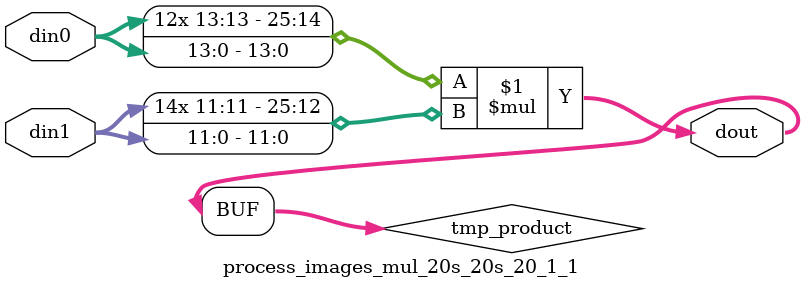
<source format=v>

`timescale 1 ns / 1 ps

 module process_images_mul_20s_20s_20_1_1(din0, din1, dout);
parameter ID = 1;
parameter NUM_STAGE = 0;
parameter din0_WIDTH = 14;
parameter din1_WIDTH = 12;
parameter dout_WIDTH = 26;

input [din0_WIDTH - 1 : 0] din0; 
input [din1_WIDTH - 1 : 0] din1; 
output [dout_WIDTH - 1 : 0] dout;

wire signed [dout_WIDTH - 1 : 0] tmp_product;



























assign tmp_product = $signed(din0) * $signed(din1);








assign dout = tmp_product;





















endmodule

</source>
